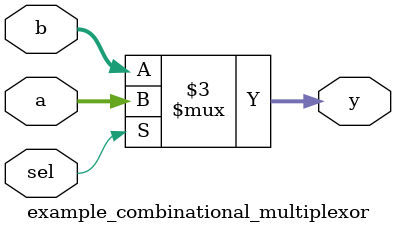
<source format=v>
module example_combinational_multiplexor(input wire sel, input wire [7:0] a, input wire [7:0] b, output reg [7:0] y);
    always @* begin
        if (sel)
            y = a;
        else
            y = b;
    end
endmodule
</source>
